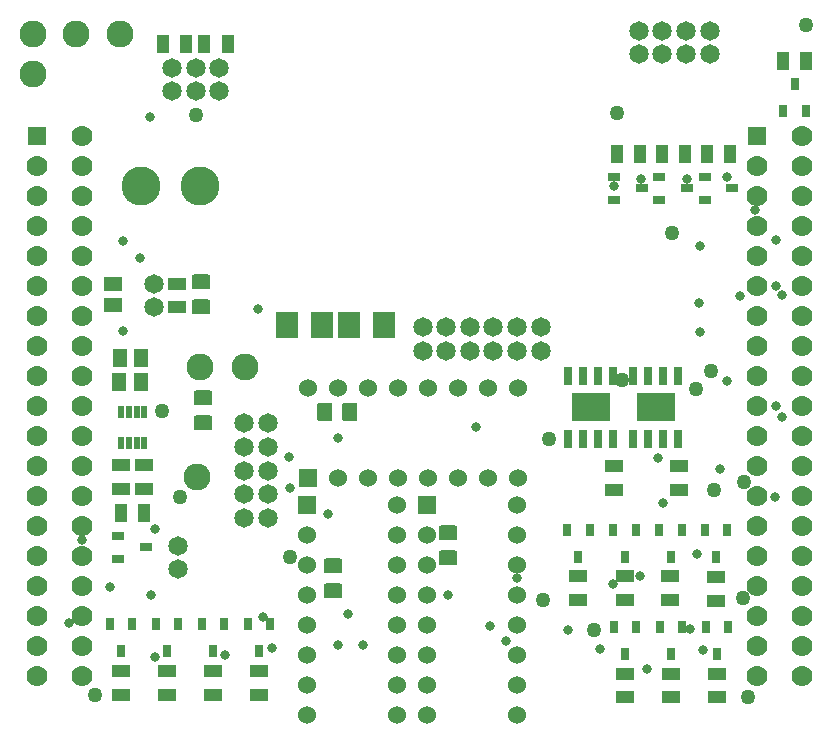
<source format=gbr>
G04 PROTEUS GERBER X2 FILE*
%TF.GenerationSoftware,Labcenter,Proteus,8.12-SP0-Build30713*%
%TF.CreationDate,2021-08-03T17:06:19+00:00*%
%TF.FileFunction,Soldermask,Top*%
%TF.FilePolarity,Negative*%
%TF.Part,Single*%
%TF.SameCoordinates,{e442dea6-d824-4b69-b240-5084a1d61555}*%
%FSLAX45Y45*%
%MOMM*%
G01*
%TA.AperFunction,Material*%
%ADD36C,0.812800*%
%ADD37C,1.270000*%
%AMPPAD032*
4,1,36,
0.762000,-0.635000,
0.762000,0.635000,
0.759470,0.660970,
0.752200,0.684980,
0.740650,0.706580,
0.725290,0.725290,
0.706570,0.740650,
0.684980,0.752200,
0.660970,0.759470,
0.635000,0.762000,
-0.635000,0.762000,
-0.660970,0.759470,
-0.684980,0.752200,
-0.706570,0.740650,
-0.725290,0.725290,
-0.740650,0.706580,
-0.752200,0.684980,
-0.759470,0.660970,
-0.762000,0.635000,
-0.762000,-0.635000,
-0.759470,-0.660970,
-0.752200,-0.684980,
-0.740650,-0.706580,
-0.725290,-0.725290,
-0.706570,-0.740650,
-0.684980,-0.752200,
-0.660970,-0.759470,
-0.635000,-0.762000,
0.635000,-0.762000,
0.660970,-0.759470,
0.684980,-0.752200,
0.706570,-0.740650,
0.725290,-0.725290,
0.740650,-0.706580,
0.752200,-0.684980,
0.759470,-0.660970,
0.762000,-0.635000,
0*%
%TA.AperFunction,Material*%
%ADD38PPAD032*%
%ADD39C,1.778000*%
%AMPPAD034*
4,1,36,
0.762000,0.635000,
0.762000,-0.635000,
0.759470,-0.660970,
0.752200,-0.684980,
0.740650,-0.706580,
0.725290,-0.725290,
0.706570,-0.740650,
0.684980,-0.752200,
0.660970,-0.759470,
0.635000,-0.762000,
-0.635000,-0.762000,
-0.660970,-0.759470,
-0.684980,-0.752200,
-0.706570,-0.740650,
-0.725290,-0.725290,
-0.740650,-0.706580,
-0.752200,-0.684980,
-0.759470,-0.660970,
-0.762000,-0.635000,
-0.762000,0.635000,
-0.759470,0.660970,
-0.752200,0.684980,
-0.740650,0.706580,
-0.725290,0.725290,
-0.706570,0.740650,
-0.684980,0.752200,
-0.660970,0.759470,
-0.635000,0.762000,
0.635000,0.762000,
0.660970,0.759470,
0.684980,0.752200,
0.706570,0.740650,
0.725290,0.725290,
0.740650,0.706580,
0.752200,0.684980,
0.759470,0.660970,
0.762000,0.635000,
0*%
%TA.AperFunction,Material*%
%ADD40PPAD034*%
%ADD41C,1.524000*%
%AMPPAD036*
4,1,4,
-0.304800,0.469900,
0.304800,0.469900,
0.304800,-0.469900,
-0.304800,-0.469900,
-0.304800,0.469900,
0*%
%TA.AperFunction,Material*%
%ADD42PPAD036*%
%AMPPAD037*
4,1,4,
-0.723900,-0.469900,
-0.723900,0.469900,
0.723900,0.469900,
0.723900,-0.469900,
-0.723900,-0.469900,
0*%
%TA.AperFunction,Material*%
%ADD43PPAD037*%
%AMPPAD038*
4,1,4,
0.228600,-0.520700,
-0.228600,-0.520700,
-0.228600,0.520700,
0.228600,0.520700,
0.228600,-0.520700,
0*%
%TA.AperFunction,Material*%
%ADD44PPAD038*%
%AMPPAD039*
4,1,4,
0.304800,-0.774700,
-0.304800,-0.774700,
-0.304800,0.774700,
0.304800,0.774700,
0.304800,-0.774700,
0*%
%TA.AperFunction,Material*%
%ADD45PPAD039*%
%AMPPAD040*
4,1,4,
-1.574800,-1.219200,
-1.574800,1.219200,
1.574800,1.219200,
1.574800,-1.219200,
-1.574800,-1.219200,
0*%
%ADD46PPAD040*%
%TA.AperFunction,Material*%
%ADD47C,1.651000*%
%AMPPAD042*
4,1,4,
-0.469900,0.723900,
0.469900,0.723900,
0.469900,-0.723900,
-0.469900,-0.723900,
-0.469900,0.723900,
0*%
%TA.AperFunction,Material*%
%ADD48PPAD042*%
%AMPPAD043*
4,1,36,
-0.635000,0.762000,
0.635000,0.762000,
0.660970,0.759470,
0.684980,0.752200,
0.706580,0.740650,
0.725290,0.725290,
0.740650,0.706570,
0.752200,0.684980,
0.759470,0.660970,
0.762000,0.635000,
0.762000,-0.635000,
0.759470,-0.660970,
0.752200,-0.684980,
0.740650,-0.706570,
0.725290,-0.725290,
0.706580,-0.740650,
0.684980,-0.752200,
0.660970,-0.759470,
0.635000,-0.762000,
-0.635000,-0.762000,
-0.660970,-0.759470,
-0.684980,-0.752200,
-0.706580,-0.740650,
-0.725290,-0.725290,
-0.740650,-0.706570,
-0.752200,-0.684980,
-0.759470,-0.660970,
-0.762000,-0.635000,
-0.762000,0.635000,
-0.759470,0.660970,
-0.752200,0.684980,
-0.740650,0.706570,
-0.725290,0.725290,
-0.706580,0.740650,
-0.684980,0.752200,
-0.660970,0.759470,
-0.635000,0.762000,
0*%
%TA.AperFunction,Material*%
%ADD49PPAD043*%
%TA.AperFunction,Material*%
%ADD50C,3.302000*%
%AMPPAD045*
4,1,36,
-0.762000,-0.508000,
-0.762000,0.508000,
-0.759470,0.533970,
-0.752200,0.557980,
-0.740650,0.579580,
-0.725290,0.598290,
-0.706570,0.613650,
-0.684980,0.625200,
-0.660970,0.632470,
-0.635000,0.635000,
0.635000,0.635000,
0.660970,0.632470,
0.684980,0.625200,
0.706570,0.613650,
0.725290,0.598290,
0.740650,0.579580,
0.752200,0.557980,
0.759470,0.533970,
0.762000,0.508000,
0.762000,-0.508000,
0.759470,-0.533970,
0.752200,-0.557980,
0.740650,-0.579580,
0.725290,-0.598290,
0.706570,-0.613650,
0.684980,-0.625200,
0.660970,-0.632470,
0.635000,-0.635000,
-0.635000,-0.635000,
-0.660970,-0.632470,
-0.684980,-0.625200,
-0.706570,-0.613650,
-0.725290,-0.598290,
-0.740650,-0.579580,
-0.752200,-0.557980,
-0.759470,-0.533970,
-0.762000,-0.508000,
0*%
%ADD51PPAD045*%
%AMPPAD046*
4,1,4,
-0.571500,0.723900,
0.571500,0.723900,
0.571500,-0.723900,
-0.571500,-0.723900,
-0.571500,0.723900,
0*%
%ADD52PPAD046*%
%AMPPAD047*
4,1,4,
0.723900,0.571500,
0.723900,-0.571500,
-0.723900,-0.571500,
-0.723900,0.571500,
0.723900,0.571500,
0*%
%ADD53PPAD047*%
%AMPPAD048*
4,1,4,
-0.469900,-0.304800,
-0.469900,0.304800,
0.469900,0.304800,
0.469900,-0.304800,
-0.469900,-0.304800,
0*%
%TA.AperFunction,Material*%
%ADD54PPAD048*%
%TA.AperFunction,Material*%
%ADD55C,2.286000*%
%AMPPAD050*
4,1,36,
-0.508000,0.762000,
0.508000,0.762000,
0.533970,0.759470,
0.557980,0.752200,
0.579580,0.740650,
0.598290,0.725290,
0.613650,0.706570,
0.625200,0.684980,
0.632470,0.660970,
0.635000,0.635000,
0.635000,-0.635000,
0.632470,-0.660970,
0.625200,-0.684980,
0.613650,-0.706570,
0.598290,-0.725290,
0.579580,-0.740650,
0.557980,-0.752200,
0.533970,-0.759470,
0.508000,-0.762000,
-0.508000,-0.762000,
-0.533970,-0.759470,
-0.557980,-0.752200,
-0.579580,-0.740650,
-0.598290,-0.725290,
-0.613650,-0.706570,
-0.625200,-0.684980,
-0.632470,-0.660970,
-0.635000,-0.635000,
-0.635000,0.635000,
-0.632470,0.660970,
-0.625200,0.684980,
-0.613650,0.706570,
-0.598290,0.725290,
-0.579580,0.740650,
-0.557980,0.752200,
-0.533970,0.759470,
-0.508000,0.762000,
0*%
%TA.AperFunction,Material*%
%ADD56PPAD050*%
%AMPPAD051*
4,1,4,
-0.901700,1.130300,
0.901700,1.130300,
0.901700,-1.130300,
-0.901700,-1.130300,
-0.901700,1.130300,
0*%
%ADD57PPAD051*%
%TD.AperFunction*%
D36*
X+3975000Y+2410000D03*
X+2248473Y+538991D03*
X+5030000Y+535000D03*
X+640000Y+1454682D03*
X+6045000Y+2060000D03*
X+5873646Y+3218160D03*
X+5863063Y+3466868D03*
X+6568019Y+3528460D03*
X+6568019Y+2497373D03*
X+6343584Y+4253300D03*
X+6519308Y+3998418D03*
X+6515000Y+3605000D03*
X+6514740Y+2589969D03*
X+6511320Y+1823177D03*
D37*
X+5967810Y+2889306D03*
D36*
X+1261942Y+1551886D03*
X+5760000Y+4515000D03*
X+5375000Y+4515000D03*
X+6105000Y+2800000D03*
X+1220000Y+5040000D03*
X+2893587Y+828904D03*
D37*
X+2406671Y+1313311D03*
D36*
X+4097083Y+730914D03*
X+3019851Y+568384D03*
X+2808185Y+566686D03*
X+2721250Y+1679634D03*
X+2400000Y+1900000D03*
D37*
X+6775000Y+5815000D03*
D36*
X+5870081Y+3946698D03*
X+6213656Y+3520168D03*
D37*
X+5839545Y+2738637D03*
X+4594367Y+2308458D03*
D36*
X+5562705Y+1772965D03*
X+5515000Y+2155000D03*
X+5852655Y+1342166D03*
X+3743848Y+995800D03*
X+4233969Y+605861D03*
X+5900000Y+525000D03*
X+5792917Y+700000D03*
X+5362947Y+1150658D03*
X+4326529Y+1136449D03*
X+5137455Y+1088483D03*
X+4756869Y+699624D03*
D37*
X+6280000Y+125000D03*
X+750087Y+142651D03*
D36*
X+875000Y+1056168D03*
X+1227746Y+989777D03*
X+2170612Y+808466D03*
D37*
X+1475494Y+1818235D03*
D36*
X+1850264Y+483591D03*
X+1260000Y+465000D03*
D37*
X+5993993Y+1877360D03*
X+6244015Y+1952651D03*
X+5170000Y+5070000D03*
D36*
X+6103527Y+4531143D03*
X+5423540Y+361688D03*
D37*
X+5210530Y+2814148D03*
X+6240000Y+970000D03*
X+4979473Y+693780D03*
D36*
X+2394949Y+2162980D03*
X+2810000Y+2320000D03*
D37*
X+1605114Y+5058055D03*
X+4547116Y+952889D03*
X+5633621Y+4060070D03*
X+1315000Y+2550000D03*
D36*
X+986767Y+3991061D03*
X+1132194Y+3842828D03*
X+528012Y+755553D03*
X+985000Y+3225126D03*
X+2128723Y+3417429D03*
X+5145000Y+4455000D03*
D38*
X+6356000Y+4880000D03*
D39*
X+6737000Y+4880000D03*
X+6356000Y+4626000D03*
X+6737000Y+4626000D03*
X+6356000Y+4372000D03*
X+6737000Y+4372000D03*
X+6356000Y+4118000D03*
X+6737000Y+4118000D03*
X+6356000Y+3864000D03*
X+6737000Y+3864000D03*
X+6356000Y+3610000D03*
X+6737000Y+3610000D03*
X+6356000Y+3356000D03*
X+6737000Y+3356000D03*
X+6356000Y+3102000D03*
X+6737000Y+3102000D03*
X+6356000Y+2848000D03*
X+6737000Y+2848000D03*
X+6356000Y+2594000D03*
X+6737000Y+2594000D03*
X+6356000Y+2340000D03*
X+6737000Y+2340000D03*
X+6356000Y+2086000D03*
X+6737000Y+2086000D03*
X+6356000Y+1832000D03*
X+6737000Y+1832000D03*
X+6356000Y+1578000D03*
X+6737000Y+1578000D03*
X+6356000Y+1324000D03*
X+6737000Y+1324000D03*
X+6356000Y+1070000D03*
X+6737000Y+1070000D03*
X+6356000Y+816000D03*
X+6737000Y+816000D03*
X+6356000Y+562000D03*
X+6737000Y+562000D03*
X+6356000Y+308000D03*
X+6737000Y+308000D03*
D40*
X+2547768Y+1750944D03*
D41*
X+2547768Y+1496944D03*
X+2547768Y+1242944D03*
X+2547768Y+988944D03*
X+2547768Y+734944D03*
X+2547768Y+480944D03*
X+2547768Y+226944D03*
X+2547768Y-27056D03*
X+3309768Y-27056D03*
X+3309768Y+226944D03*
X+3309768Y+480944D03*
X+3309768Y+734944D03*
X+3309768Y+988944D03*
X+3309768Y+1242944D03*
X+3309768Y+1496944D03*
X+3309768Y+1750944D03*
D40*
X+3559768Y+1750944D03*
D41*
X+3559768Y+1496944D03*
X+3559768Y+1242944D03*
X+3559768Y+988944D03*
X+3559768Y+734944D03*
X+3559768Y+480944D03*
X+3559768Y+226944D03*
X+3559768Y-27056D03*
X+4321768Y-27056D03*
X+4321768Y+226944D03*
X+4321768Y+480944D03*
X+4321768Y+734944D03*
X+4321768Y+988944D03*
X+4321768Y+1242944D03*
X+4321768Y+1496944D03*
X+4321768Y+1750944D03*
D42*
X+1065000Y+745000D03*
X+875000Y+745000D03*
X+970000Y+515000D03*
X+5725000Y+725000D03*
X+5535000Y+725000D03*
X+5630000Y+495000D03*
X+5330000Y+1545000D03*
X+5140000Y+1545000D03*
X+5235000Y+1315000D03*
D43*
X+5625000Y+125000D03*
X+5625000Y+325000D03*
X+970000Y+145000D03*
X+970000Y+345000D03*
X+1360000Y+145000D03*
X+1360000Y+345000D03*
D44*
X+975000Y+2280000D03*
X+1040000Y+2280000D03*
X+1105000Y+2280000D03*
X+1170000Y+2280000D03*
X+1170000Y+2540000D03*
X+1105000Y+2540000D03*
X+1040000Y+2540000D03*
X+975000Y+2540000D03*
D43*
X+970000Y+2090000D03*
X+970000Y+1890000D03*
X+1170000Y+1890000D03*
X+1170000Y+2090000D03*
X+5622301Y+950000D03*
X+5622301Y+1150000D03*
X+2140000Y+145000D03*
X+2140000Y+345000D03*
X+5235000Y+949000D03*
X+5235000Y+1149000D03*
X+1750000Y+145000D03*
X+1750000Y+345000D03*
X+6010000Y+945000D03*
X+6010000Y+1145000D03*
X+5240000Y+125000D03*
X+5240000Y+325000D03*
X+6020000Y+125000D03*
X+6020000Y+325000D03*
D42*
X+6105000Y+1545000D03*
X+5915000Y+1545000D03*
X+6010000Y+1315000D03*
X+5335000Y+725000D03*
X+5145000Y+725000D03*
X+5240000Y+495000D03*
X+6115000Y+725000D03*
X+5925000Y+725000D03*
X+6020000Y+495000D03*
X+1455000Y+745000D03*
X+1265000Y+745000D03*
X+1360000Y+515000D03*
D45*
X+5309500Y+2310000D03*
X+5436500Y+2310000D03*
X+5563500Y+2310000D03*
X+5690500Y+2310000D03*
X+5690500Y+2850000D03*
X+5563500Y+2850000D03*
X+5436500Y+2850000D03*
X+5309500Y+2850000D03*
D46*
X+5500000Y+2580000D03*
D45*
X+4759500Y+2310000D03*
X+4886500Y+2310000D03*
X+5013500Y+2310000D03*
X+5140500Y+2310000D03*
X+5140500Y+2850000D03*
X+5013500Y+2850000D03*
X+4886500Y+2850000D03*
X+4759500Y+2850000D03*
D46*
X+4950000Y+2580000D03*
D47*
X+1405000Y+5255000D03*
X+1405000Y+5455000D03*
X+1605000Y+5255000D03*
X+1605000Y+5455000D03*
X+1805000Y+5255000D03*
X+1805000Y+5455000D03*
D48*
X+1675000Y+5660000D03*
X+1875000Y+5660000D03*
X+1525000Y+5660000D03*
X+1325000Y+5660000D03*
X+970000Y+1690000D03*
X+1170000Y+1690000D03*
D49*
X+2555768Y+1984944D03*
D41*
X+2809768Y+1984944D03*
X+3063768Y+1984944D03*
X+3317768Y+1984944D03*
X+3571768Y+1984944D03*
X+3825768Y+1984944D03*
X+4079768Y+1984944D03*
X+4333768Y+1984944D03*
X+4333768Y+2746944D03*
X+4079768Y+2746944D03*
X+3825768Y+2746944D03*
X+3571768Y+2746944D03*
X+3317768Y+2746944D03*
X+3063768Y+2746944D03*
X+2809768Y+2746944D03*
X+2555768Y+2746944D03*
D43*
X+5700000Y+2080000D03*
X+5700000Y+1880000D03*
X+5150000Y+2080000D03*
X+5150000Y+1880000D03*
D50*
X+1139620Y+4455000D03*
X+1640000Y+4455000D03*
D51*
X+1664768Y+2449944D03*
X+1664768Y+2663304D03*
D52*
X+959318Y+2799318D03*
X+1139318Y+2799318D03*
D53*
X+905000Y+3625000D03*
X+905000Y+3445000D03*
D47*
X+1249056Y+3629056D03*
X+1249056Y+3429056D03*
D43*
X+1449056Y+3429056D03*
X+1449056Y+3629056D03*
D51*
X+1649056Y+3642416D03*
X+1649056Y+3429056D03*
D42*
X+1845000Y+745000D03*
X+1655000Y+745000D03*
X+1750000Y+515000D03*
X+2235000Y+745000D03*
X+2045000Y+745000D03*
X+2140000Y+515000D03*
X+4940000Y+1545000D03*
X+4750000Y+1545000D03*
X+4845000Y+1315000D03*
D43*
X+4845000Y+950000D03*
X+4845000Y+1150000D03*
D42*
X+5720000Y+1545000D03*
X+5530000Y+1545000D03*
X+5625000Y+1315000D03*
D54*
X+950000Y+1490000D03*
X+950000Y+1300000D03*
X+1180000Y+1395000D03*
D48*
X+5170000Y+4725000D03*
X+5370000Y+4725000D03*
D54*
X+5150000Y+4530000D03*
X+5150000Y+4340000D03*
X+5380000Y+4435000D03*
X+5530000Y+4530000D03*
X+5530000Y+4340000D03*
X+5760000Y+4435000D03*
X+5915000Y+4530000D03*
X+5915000Y+4340000D03*
X+6145000Y+4435000D03*
D42*
X+6580000Y+5090000D03*
X+6770000Y+5090000D03*
X+6675000Y+5320000D03*
D48*
X+5550000Y+4725000D03*
X+5750000Y+4725000D03*
X+5930000Y+4725000D03*
X+6130000Y+4725000D03*
X+6775000Y+5510000D03*
X+6575000Y+5510000D03*
D38*
X+260000Y+4876000D03*
D39*
X+641000Y+4876000D03*
X+260000Y+4622000D03*
X+641000Y+4622000D03*
X+260000Y+4368000D03*
X+641000Y+4368000D03*
X+260000Y+4114000D03*
X+641000Y+4114000D03*
X+260000Y+3860000D03*
X+641000Y+3860000D03*
X+260000Y+3606000D03*
X+641000Y+3606000D03*
X+260000Y+3352000D03*
X+641000Y+3352000D03*
X+260000Y+3098000D03*
X+641000Y+3098000D03*
X+260000Y+2844000D03*
X+641000Y+2844000D03*
X+260000Y+2590000D03*
X+641000Y+2590000D03*
X+260000Y+2336000D03*
X+641000Y+2336000D03*
X+260000Y+2082000D03*
X+641000Y+2082000D03*
X+260000Y+1828000D03*
X+641000Y+1828000D03*
X+260000Y+1574000D03*
X+641000Y+1574000D03*
X+260000Y+1320000D03*
X+641000Y+1320000D03*
X+260000Y+1066000D03*
X+641000Y+1066000D03*
X+260000Y+812000D03*
X+641000Y+812000D03*
X+260000Y+558000D03*
X+641000Y+558000D03*
X+260000Y+304000D03*
X+641000Y+304000D03*
D47*
X+1455000Y+1210000D03*
X+1455000Y+1410000D03*
D55*
X+1615000Y+1990000D03*
X+230000Y+5405000D03*
D51*
X+2765000Y+1238360D03*
X+2765000Y+1025000D03*
X+3740000Y+1520000D03*
X+3740000Y+1306640D03*
D56*
X+2696640Y+2545000D03*
X+2910000Y+2545000D03*
D47*
X+5355000Y+5570000D03*
X+5355000Y+5770000D03*
X+5555000Y+5570000D03*
X+5555000Y+5770000D03*
X+5755000Y+5570000D03*
X+5755000Y+5770000D03*
X+5955000Y+5570000D03*
X+5955000Y+5770000D03*
X+2015000Y+2445000D03*
X+2215000Y+2445000D03*
X+2015000Y+2245000D03*
X+2215000Y+2245000D03*
X+2015000Y+2045000D03*
X+2215000Y+2045000D03*
X+2015000Y+1845000D03*
X+2215000Y+1845000D03*
X+2015000Y+1645000D03*
X+2215000Y+1645000D03*
D55*
X+230000Y+5740000D03*
X+595000Y+5740000D03*
X+960000Y+5740000D03*
D47*
X+3525000Y+3060000D03*
X+3525000Y+3260000D03*
X+3725000Y+3060000D03*
X+3725000Y+3260000D03*
X+3925000Y+3060000D03*
X+3925000Y+3260000D03*
X+4125000Y+3060000D03*
X+4125000Y+3260000D03*
X+4325000Y+3060000D03*
X+4325000Y+3260000D03*
X+4525000Y+3060000D03*
X+4525000Y+3260000D03*
D57*
X+2905000Y+3275000D03*
X+3195000Y+3275000D03*
X+2380000Y+3275000D03*
X+2670000Y+3275000D03*
D55*
X+1645000Y+2925000D03*
X+2020000Y+2925000D03*
D52*
X+960000Y+2995000D03*
X+1140000Y+2995000D03*
M02*

</source>
